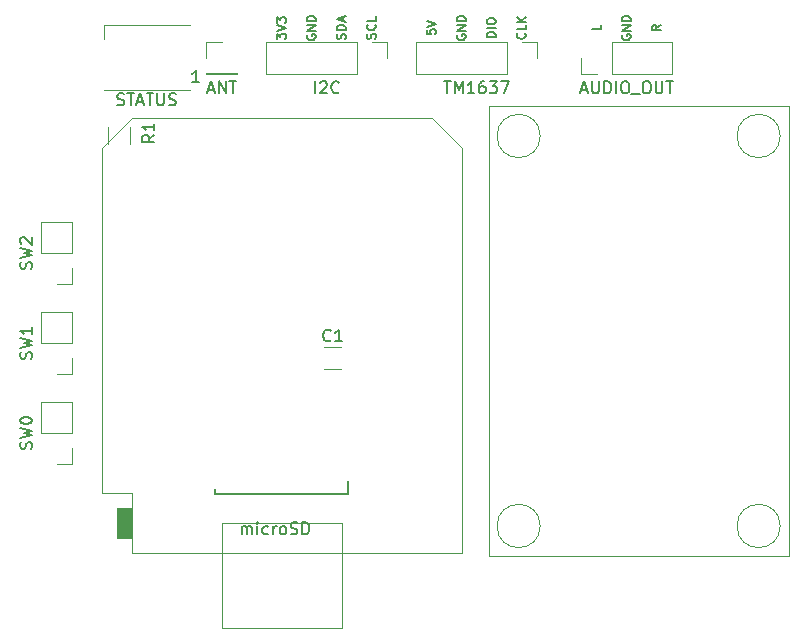
<source format=gbr>
%TF.GenerationSoftware,KiCad,Pcbnew,5.1.8-db9833491~88~ubuntu18.04.1*%
%TF.CreationDate,2020-12-22T23:57:28+01:00*%
%TF.ProjectId,mp3alarm,6d703361-6c61-4726-9d2e-6b696361645f,v0.2*%
%TF.SameCoordinates,Original*%
%TF.FileFunction,Legend,Top*%
%TF.FilePolarity,Positive*%
%FSLAX46Y46*%
G04 Gerber Fmt 4.6, Leading zero omitted, Abs format (unit mm)*
G04 Created by KiCad (PCBNEW 5.1.8-db9833491~88~ubuntu18.04.1) date 2020-12-22 23:57:28*
%MOMM*%
%LPD*%
G01*
G04 APERTURE LIST*
%ADD10C,0.150000*%
%ADD11C,0.127000*%
%ADD12C,0.120000*%
%ADD13C,0.100000*%
%ADD14C,0.200000*%
G04 APERTURE END LIST*
D10*
X52133809Y-68730761D02*
X52276666Y-68778380D01*
X52514761Y-68778380D01*
X52610000Y-68730761D01*
X52657619Y-68683142D01*
X52705238Y-68587904D01*
X52705238Y-68492666D01*
X52657619Y-68397428D01*
X52610000Y-68349809D01*
X52514761Y-68302190D01*
X52324285Y-68254571D01*
X52229047Y-68206952D01*
X52181428Y-68159333D01*
X52133809Y-68064095D01*
X52133809Y-67968857D01*
X52181428Y-67873619D01*
X52229047Y-67826000D01*
X52324285Y-67778380D01*
X52562380Y-67778380D01*
X52705238Y-67826000D01*
X52990952Y-67778380D02*
X53562380Y-67778380D01*
X53276666Y-68778380D02*
X53276666Y-67778380D01*
X53848095Y-68492666D02*
X54324285Y-68492666D01*
X53752857Y-68778380D02*
X54086190Y-67778380D01*
X54419523Y-68778380D01*
X54610000Y-67778380D02*
X55181428Y-67778380D01*
X54895714Y-68778380D02*
X54895714Y-67778380D01*
X55514761Y-67778380D02*
X55514761Y-68587904D01*
X55562380Y-68683142D01*
X55610000Y-68730761D01*
X55705238Y-68778380D01*
X55895714Y-68778380D01*
X55990952Y-68730761D01*
X56038571Y-68683142D01*
X56086190Y-68587904D01*
X56086190Y-67778380D01*
X56514761Y-68730761D02*
X56657619Y-68778380D01*
X56895714Y-68778380D01*
X56990952Y-68730761D01*
X57038571Y-68683142D01*
X57086190Y-68587904D01*
X57086190Y-68492666D01*
X57038571Y-68397428D01*
X56990952Y-68349809D01*
X56895714Y-68302190D01*
X56705238Y-68254571D01*
X56610000Y-68206952D01*
X56562380Y-68159333D01*
X56514761Y-68064095D01*
X56514761Y-67968857D01*
X56562380Y-67873619D01*
X56610000Y-67826000D01*
X56705238Y-67778380D01*
X56943333Y-67778380D01*
X57086190Y-67826000D01*
X91416666Y-67476666D02*
X91892857Y-67476666D01*
X91321428Y-67762380D02*
X91654761Y-66762380D01*
X91988095Y-67762380D01*
X92321428Y-66762380D02*
X92321428Y-67571904D01*
X92369047Y-67667142D01*
X92416666Y-67714761D01*
X92511904Y-67762380D01*
X92702380Y-67762380D01*
X92797619Y-67714761D01*
X92845238Y-67667142D01*
X92892857Y-67571904D01*
X92892857Y-66762380D01*
X93369047Y-67762380D02*
X93369047Y-66762380D01*
X93607142Y-66762380D01*
X93750000Y-66810000D01*
X93845238Y-66905238D01*
X93892857Y-67000476D01*
X93940476Y-67190952D01*
X93940476Y-67333809D01*
X93892857Y-67524285D01*
X93845238Y-67619523D01*
X93750000Y-67714761D01*
X93607142Y-67762380D01*
X93369047Y-67762380D01*
X94369047Y-67762380D02*
X94369047Y-66762380D01*
X95035714Y-66762380D02*
X95226190Y-66762380D01*
X95321428Y-66810000D01*
X95416666Y-66905238D01*
X95464285Y-67095714D01*
X95464285Y-67429047D01*
X95416666Y-67619523D01*
X95321428Y-67714761D01*
X95226190Y-67762380D01*
X95035714Y-67762380D01*
X94940476Y-67714761D01*
X94845238Y-67619523D01*
X94797619Y-67429047D01*
X94797619Y-67095714D01*
X94845238Y-66905238D01*
X94940476Y-66810000D01*
X95035714Y-66762380D01*
X95654761Y-67857619D02*
X96416666Y-67857619D01*
X96845238Y-66762380D02*
X97035714Y-66762380D01*
X97130952Y-66810000D01*
X97226190Y-66905238D01*
X97273809Y-67095714D01*
X97273809Y-67429047D01*
X97226190Y-67619523D01*
X97130952Y-67714761D01*
X97035714Y-67762380D01*
X96845238Y-67762380D01*
X96750000Y-67714761D01*
X96654761Y-67619523D01*
X96607142Y-67429047D01*
X96607142Y-67095714D01*
X96654761Y-66905238D01*
X96750000Y-66810000D01*
X96845238Y-66762380D01*
X97702380Y-66762380D02*
X97702380Y-67571904D01*
X97750000Y-67667142D01*
X97797619Y-67714761D01*
X97892857Y-67762380D01*
X98083333Y-67762380D01*
X98178571Y-67714761D01*
X98226190Y-67667142D01*
X98273809Y-67571904D01*
X98273809Y-66762380D01*
X98607142Y-66762380D02*
X99178571Y-66762380D01*
X98892857Y-67762380D02*
X98892857Y-66762380D01*
X79788095Y-66762380D02*
X80359523Y-66762380D01*
X80073809Y-67762380D02*
X80073809Y-66762380D01*
X80692857Y-67762380D02*
X80692857Y-66762380D01*
X81026190Y-67476666D01*
X81359523Y-66762380D01*
X81359523Y-67762380D01*
X82359523Y-67762380D02*
X81788095Y-67762380D01*
X82073809Y-67762380D02*
X82073809Y-66762380D01*
X81978571Y-66905238D01*
X81883333Y-67000476D01*
X81788095Y-67048095D01*
X83216666Y-66762380D02*
X83026190Y-66762380D01*
X82930952Y-66810000D01*
X82883333Y-66857619D01*
X82788095Y-67000476D01*
X82740476Y-67190952D01*
X82740476Y-67571904D01*
X82788095Y-67667142D01*
X82835714Y-67714761D01*
X82930952Y-67762380D01*
X83121428Y-67762380D01*
X83216666Y-67714761D01*
X83264285Y-67667142D01*
X83311904Y-67571904D01*
X83311904Y-67333809D01*
X83264285Y-67238571D01*
X83216666Y-67190952D01*
X83121428Y-67143333D01*
X82930952Y-67143333D01*
X82835714Y-67190952D01*
X82788095Y-67238571D01*
X82740476Y-67333809D01*
X83645238Y-66762380D02*
X84264285Y-66762380D01*
X83930952Y-67143333D01*
X84073809Y-67143333D01*
X84169047Y-67190952D01*
X84216666Y-67238571D01*
X84264285Y-67333809D01*
X84264285Y-67571904D01*
X84216666Y-67667142D01*
X84169047Y-67714761D01*
X84073809Y-67762380D01*
X83788095Y-67762380D01*
X83692857Y-67714761D01*
X83645238Y-67667142D01*
X84597619Y-66762380D02*
X85264285Y-66762380D01*
X84835714Y-67762380D01*
X68873809Y-67762380D02*
X68873809Y-66762380D01*
X69302380Y-66857619D02*
X69350000Y-66810000D01*
X69445238Y-66762380D01*
X69683333Y-66762380D01*
X69778571Y-66810000D01*
X69826190Y-66857619D01*
X69873809Y-66952857D01*
X69873809Y-67048095D01*
X69826190Y-67190952D01*
X69254761Y-67762380D01*
X69873809Y-67762380D01*
X70873809Y-67667142D02*
X70826190Y-67714761D01*
X70683333Y-67762380D01*
X70588095Y-67762380D01*
X70445238Y-67714761D01*
X70350000Y-67619523D01*
X70302380Y-67524285D01*
X70254761Y-67333809D01*
X70254761Y-67190952D01*
X70302380Y-67000476D01*
X70350000Y-66905238D01*
X70445238Y-66810000D01*
X70588095Y-66762380D01*
X70683333Y-66762380D01*
X70826190Y-66810000D01*
X70873809Y-66857619D01*
X44854761Y-82613333D02*
X44902380Y-82470476D01*
X44902380Y-82232380D01*
X44854761Y-82137142D01*
X44807142Y-82089523D01*
X44711904Y-82041904D01*
X44616666Y-82041904D01*
X44521428Y-82089523D01*
X44473809Y-82137142D01*
X44426190Y-82232380D01*
X44378571Y-82422857D01*
X44330952Y-82518095D01*
X44283333Y-82565714D01*
X44188095Y-82613333D01*
X44092857Y-82613333D01*
X43997619Y-82565714D01*
X43950000Y-82518095D01*
X43902380Y-82422857D01*
X43902380Y-82184761D01*
X43950000Y-82041904D01*
X43902380Y-81708571D02*
X44902380Y-81470476D01*
X44188095Y-81280000D01*
X44902380Y-81089523D01*
X43902380Y-80851428D01*
X43997619Y-80518095D02*
X43950000Y-80470476D01*
X43902380Y-80375238D01*
X43902380Y-80137142D01*
X43950000Y-80041904D01*
X43997619Y-79994285D01*
X44092857Y-79946666D01*
X44188095Y-79946666D01*
X44330952Y-79994285D01*
X44902380Y-80565714D01*
X44902380Y-79946666D01*
X44854761Y-90233333D02*
X44902380Y-90090476D01*
X44902380Y-89852380D01*
X44854761Y-89757142D01*
X44807142Y-89709523D01*
X44711904Y-89661904D01*
X44616666Y-89661904D01*
X44521428Y-89709523D01*
X44473809Y-89757142D01*
X44426190Y-89852380D01*
X44378571Y-90042857D01*
X44330952Y-90138095D01*
X44283333Y-90185714D01*
X44188095Y-90233333D01*
X44092857Y-90233333D01*
X43997619Y-90185714D01*
X43950000Y-90138095D01*
X43902380Y-90042857D01*
X43902380Y-89804761D01*
X43950000Y-89661904D01*
X43902380Y-89328571D02*
X44902380Y-89090476D01*
X44188095Y-88900000D01*
X44902380Y-88709523D01*
X43902380Y-88471428D01*
X44902380Y-87566666D02*
X44902380Y-88138095D01*
X44902380Y-87852380D02*
X43902380Y-87852380D01*
X44045238Y-87947619D01*
X44140476Y-88042857D01*
X44188095Y-88138095D01*
X44854761Y-97853333D02*
X44902380Y-97710476D01*
X44902380Y-97472380D01*
X44854761Y-97377142D01*
X44807142Y-97329523D01*
X44711904Y-97281904D01*
X44616666Y-97281904D01*
X44521428Y-97329523D01*
X44473809Y-97377142D01*
X44426190Y-97472380D01*
X44378571Y-97662857D01*
X44330952Y-97758095D01*
X44283333Y-97805714D01*
X44188095Y-97853333D01*
X44092857Y-97853333D01*
X43997619Y-97805714D01*
X43950000Y-97758095D01*
X43902380Y-97662857D01*
X43902380Y-97424761D01*
X43950000Y-97281904D01*
X43902380Y-96948571D02*
X44902380Y-96710476D01*
X44188095Y-96520000D01*
X44902380Y-96329523D01*
X43902380Y-96091428D01*
X43902380Y-95520000D02*
X43902380Y-95424761D01*
X43950000Y-95329523D01*
X43997619Y-95281904D01*
X44092857Y-95234285D01*
X44283333Y-95186666D01*
X44521428Y-95186666D01*
X44711904Y-95234285D01*
X44807142Y-95281904D01*
X44854761Y-95329523D01*
X44902380Y-95424761D01*
X44902380Y-95520000D01*
X44854761Y-95615238D01*
X44807142Y-95662857D01*
X44711904Y-95710476D01*
X44521428Y-95758095D01*
X44283333Y-95758095D01*
X44092857Y-95710476D01*
X43997619Y-95662857D01*
X43950000Y-95615238D01*
X43902380Y-95520000D01*
D11*
X98134714Y-61994142D02*
X97771857Y-62248142D01*
X98134714Y-62429571D02*
X97372714Y-62429571D01*
X97372714Y-62139285D01*
X97409000Y-62066714D01*
X97445285Y-62030428D01*
X97517857Y-61994142D01*
X97626714Y-61994142D01*
X97699285Y-62030428D01*
X97735571Y-62066714D01*
X97771857Y-62139285D01*
X97771857Y-62429571D01*
X94869000Y-62810571D02*
X94832714Y-62883142D01*
X94832714Y-62992000D01*
X94869000Y-63100857D01*
X94941571Y-63173428D01*
X95014142Y-63209714D01*
X95159285Y-63246000D01*
X95268142Y-63246000D01*
X95413285Y-63209714D01*
X95485857Y-63173428D01*
X95558428Y-63100857D01*
X95594714Y-62992000D01*
X95594714Y-62919428D01*
X95558428Y-62810571D01*
X95522142Y-62774285D01*
X95268142Y-62774285D01*
X95268142Y-62919428D01*
X95594714Y-62447714D02*
X94832714Y-62447714D01*
X95594714Y-62012285D01*
X94832714Y-62012285D01*
X95594714Y-61649428D02*
X94832714Y-61649428D01*
X94832714Y-61468000D01*
X94869000Y-61359142D01*
X94941571Y-61286571D01*
X95014142Y-61250285D01*
X95159285Y-61214000D01*
X95268142Y-61214000D01*
X95413285Y-61250285D01*
X95485857Y-61286571D01*
X95558428Y-61359142D01*
X95594714Y-61468000D01*
X95594714Y-61649428D01*
X93054714Y-61994142D02*
X93054714Y-62357000D01*
X92292714Y-62357000D01*
X86632142Y-62683571D02*
X86668428Y-62719857D01*
X86704714Y-62828714D01*
X86704714Y-62901285D01*
X86668428Y-63010142D01*
X86595857Y-63082714D01*
X86523285Y-63119000D01*
X86378142Y-63155285D01*
X86269285Y-63155285D01*
X86124142Y-63119000D01*
X86051571Y-63082714D01*
X85979000Y-63010142D01*
X85942714Y-62901285D01*
X85942714Y-62828714D01*
X85979000Y-62719857D01*
X86015285Y-62683571D01*
X86704714Y-61994142D02*
X86704714Y-62357000D01*
X85942714Y-62357000D01*
X86704714Y-61740142D02*
X85942714Y-61740142D01*
X86704714Y-61304714D02*
X86269285Y-61631285D01*
X85942714Y-61304714D02*
X86378142Y-61740142D01*
X84164714Y-63010142D02*
X83402714Y-63010142D01*
X83402714Y-62828714D01*
X83439000Y-62719857D01*
X83511571Y-62647285D01*
X83584142Y-62611000D01*
X83729285Y-62574714D01*
X83838142Y-62574714D01*
X83983285Y-62611000D01*
X84055857Y-62647285D01*
X84128428Y-62719857D01*
X84164714Y-62828714D01*
X84164714Y-63010142D01*
X84164714Y-62248142D02*
X83402714Y-62248142D01*
X83402714Y-61740142D02*
X83402714Y-61595000D01*
X83439000Y-61522428D01*
X83511571Y-61449857D01*
X83656714Y-61413571D01*
X83910714Y-61413571D01*
X84055857Y-61449857D01*
X84128428Y-61522428D01*
X84164714Y-61595000D01*
X84164714Y-61740142D01*
X84128428Y-61812714D01*
X84055857Y-61885285D01*
X83910714Y-61921571D01*
X83656714Y-61921571D01*
X83511571Y-61885285D01*
X83439000Y-61812714D01*
X83402714Y-61740142D01*
X80899000Y-62810571D02*
X80862714Y-62883142D01*
X80862714Y-62992000D01*
X80899000Y-63100857D01*
X80971571Y-63173428D01*
X81044142Y-63209714D01*
X81189285Y-63246000D01*
X81298142Y-63246000D01*
X81443285Y-63209714D01*
X81515857Y-63173428D01*
X81588428Y-63100857D01*
X81624714Y-62992000D01*
X81624714Y-62919428D01*
X81588428Y-62810571D01*
X81552142Y-62774285D01*
X81298142Y-62774285D01*
X81298142Y-62919428D01*
X81624714Y-62447714D02*
X80862714Y-62447714D01*
X81624714Y-62012285D01*
X80862714Y-62012285D01*
X81624714Y-61649428D02*
X80862714Y-61649428D01*
X80862714Y-61468000D01*
X80899000Y-61359142D01*
X80971571Y-61286571D01*
X81044142Y-61250285D01*
X81189285Y-61214000D01*
X81298142Y-61214000D01*
X81443285Y-61250285D01*
X81515857Y-61286571D01*
X81588428Y-61359142D01*
X81624714Y-61468000D01*
X81624714Y-61649428D01*
X78322714Y-62375142D02*
X78322714Y-62738000D01*
X78685571Y-62774285D01*
X78649285Y-62738000D01*
X78613000Y-62665428D01*
X78613000Y-62484000D01*
X78649285Y-62411428D01*
X78685571Y-62375142D01*
X78758142Y-62338857D01*
X78939571Y-62338857D01*
X79012142Y-62375142D01*
X79048428Y-62411428D01*
X79084714Y-62484000D01*
X79084714Y-62665428D01*
X79048428Y-62738000D01*
X79012142Y-62774285D01*
X78322714Y-62121142D02*
X79084714Y-61867142D01*
X78322714Y-61613142D01*
X73968428Y-63137142D02*
X74004714Y-63028285D01*
X74004714Y-62846857D01*
X73968428Y-62774285D01*
X73932142Y-62738000D01*
X73859571Y-62701714D01*
X73787000Y-62701714D01*
X73714428Y-62738000D01*
X73678142Y-62774285D01*
X73641857Y-62846857D01*
X73605571Y-62992000D01*
X73569285Y-63064571D01*
X73533000Y-63100857D01*
X73460428Y-63137142D01*
X73387857Y-63137142D01*
X73315285Y-63100857D01*
X73279000Y-63064571D01*
X73242714Y-62992000D01*
X73242714Y-62810571D01*
X73279000Y-62701714D01*
X73932142Y-61939714D02*
X73968428Y-61976000D01*
X74004714Y-62084857D01*
X74004714Y-62157428D01*
X73968428Y-62266285D01*
X73895857Y-62338857D01*
X73823285Y-62375142D01*
X73678142Y-62411428D01*
X73569285Y-62411428D01*
X73424142Y-62375142D01*
X73351571Y-62338857D01*
X73279000Y-62266285D01*
X73242714Y-62157428D01*
X73242714Y-62084857D01*
X73279000Y-61976000D01*
X73315285Y-61939714D01*
X74004714Y-61250285D02*
X74004714Y-61613142D01*
X73242714Y-61613142D01*
X71428428Y-63155285D02*
X71464714Y-63046428D01*
X71464714Y-62865000D01*
X71428428Y-62792428D01*
X71392142Y-62756142D01*
X71319571Y-62719857D01*
X71247000Y-62719857D01*
X71174428Y-62756142D01*
X71138142Y-62792428D01*
X71101857Y-62865000D01*
X71065571Y-63010142D01*
X71029285Y-63082714D01*
X70993000Y-63119000D01*
X70920428Y-63155285D01*
X70847857Y-63155285D01*
X70775285Y-63119000D01*
X70739000Y-63082714D01*
X70702714Y-63010142D01*
X70702714Y-62828714D01*
X70739000Y-62719857D01*
X71464714Y-62393285D02*
X70702714Y-62393285D01*
X70702714Y-62211857D01*
X70739000Y-62103000D01*
X70811571Y-62030428D01*
X70884142Y-61994142D01*
X71029285Y-61957857D01*
X71138142Y-61957857D01*
X71283285Y-61994142D01*
X71355857Y-62030428D01*
X71428428Y-62103000D01*
X71464714Y-62211857D01*
X71464714Y-62393285D01*
X71247000Y-61667571D02*
X71247000Y-61304714D01*
X71464714Y-61740142D02*
X70702714Y-61486142D01*
X71464714Y-61232142D01*
X68199000Y-62810571D02*
X68162714Y-62883142D01*
X68162714Y-62992000D01*
X68199000Y-63100857D01*
X68271571Y-63173428D01*
X68344142Y-63209714D01*
X68489285Y-63246000D01*
X68598142Y-63246000D01*
X68743285Y-63209714D01*
X68815857Y-63173428D01*
X68888428Y-63100857D01*
X68924714Y-62992000D01*
X68924714Y-62919428D01*
X68888428Y-62810571D01*
X68852142Y-62774285D01*
X68598142Y-62774285D01*
X68598142Y-62919428D01*
X68924714Y-62447714D02*
X68162714Y-62447714D01*
X68924714Y-62012285D01*
X68162714Y-62012285D01*
X68924714Y-61649428D02*
X68162714Y-61649428D01*
X68162714Y-61468000D01*
X68199000Y-61359142D01*
X68271571Y-61286571D01*
X68344142Y-61250285D01*
X68489285Y-61214000D01*
X68598142Y-61214000D01*
X68743285Y-61250285D01*
X68815857Y-61286571D01*
X68888428Y-61359142D01*
X68924714Y-61468000D01*
X68924714Y-61649428D01*
X65622714Y-63173428D02*
X65622714Y-62701714D01*
X65913000Y-62955714D01*
X65913000Y-62846857D01*
X65949285Y-62774285D01*
X65985571Y-62738000D01*
X66058142Y-62701714D01*
X66239571Y-62701714D01*
X66312142Y-62738000D01*
X66348428Y-62774285D01*
X66384714Y-62846857D01*
X66384714Y-63064571D01*
X66348428Y-63137142D01*
X66312142Y-63173428D01*
X65622714Y-62484000D02*
X66384714Y-62230000D01*
X65622714Y-61976000D01*
X65622714Y-61794571D02*
X65622714Y-61322857D01*
X65913000Y-61576857D01*
X65913000Y-61468000D01*
X65949285Y-61395428D01*
X65985571Y-61359142D01*
X66058142Y-61322857D01*
X66239571Y-61322857D01*
X66312142Y-61359142D01*
X66348428Y-61395428D01*
X66384714Y-61468000D01*
X66384714Y-61685714D01*
X66348428Y-61758285D01*
X66312142Y-61794571D01*
D12*
%TO.C,C1*%
X69646748Y-91080000D02*
X71069252Y-91080000D01*
X69646748Y-89260000D02*
X71069252Y-89260000D01*
%TO.C,U2*%
X71120000Y-104140000D02*
X71120000Y-106680000D01*
X60960000Y-104140000D02*
X71120000Y-104140000D01*
X60960000Y-106680000D02*
X60960000Y-104140000D01*
X71120000Y-113030000D02*
X71120000Y-106680000D01*
X60960000Y-113030000D02*
X71120000Y-113030000D01*
X60960000Y-106680000D02*
X60960000Y-113030000D01*
X53340000Y-106680000D02*
X81280000Y-106680000D01*
D13*
G36*
X52070000Y-105410000D02*
G01*
X52070000Y-102870000D01*
X53340000Y-102870000D01*
X53340000Y-105410000D01*
X52070000Y-105410000D01*
G37*
X52070000Y-105410000D02*
X52070000Y-102870000D01*
X53340000Y-102870000D01*
X53340000Y-105410000D01*
X52070000Y-105410000D01*
D12*
X50800000Y-101600000D02*
X53340000Y-101600000D01*
X50800000Y-72390000D02*
X50800000Y-101600000D01*
X81280000Y-72390000D02*
X81280000Y-106680000D01*
X53340000Y-69850000D02*
X54610000Y-69850000D01*
X53340000Y-69850000D02*
X50800000Y-72390000D01*
X78740000Y-69850000D02*
X81280000Y-72390000D01*
X78740000Y-69850000D02*
X54610000Y-69850000D01*
X53340000Y-101600000D02*
X53340000Y-106680000D01*
%TO.C,D1*%
X50960000Y-62020000D02*
X50960000Y-63170000D01*
X58260000Y-62020000D02*
X50960000Y-62020000D01*
X58260000Y-67520000D02*
X50960000Y-67520000D01*
D14*
%TO.C,J7*%
X60390000Y-101700000D02*
X71690000Y-101700000D01*
X71690000Y-101700000D02*
X71690000Y-100605000D01*
X60390000Y-101700000D02*
X60390000Y-101278000D01*
D12*
%TO.C,J2*%
X48320000Y-99120000D02*
X46990000Y-99120000D01*
X48320000Y-97790000D02*
X48320000Y-99120000D01*
X48320000Y-96520000D02*
X45660000Y-96520000D01*
X45660000Y-96520000D02*
X45660000Y-93920000D01*
X48320000Y-96520000D02*
X48320000Y-93920000D01*
X48320000Y-93920000D02*
X45660000Y-93920000D01*
%TO.C,J3*%
X48320000Y-86300000D02*
X45660000Y-86300000D01*
X48320000Y-88900000D02*
X48320000Y-86300000D01*
X45660000Y-88900000D02*
X45660000Y-86300000D01*
X48320000Y-88900000D02*
X45660000Y-88900000D01*
X48320000Y-90170000D02*
X48320000Y-91500000D01*
X48320000Y-91500000D02*
X46990000Y-91500000D01*
%TO.C,J4*%
X48320000Y-83880000D02*
X46990000Y-83880000D01*
X48320000Y-82550000D02*
X48320000Y-83880000D01*
X48320000Y-81280000D02*
X45660000Y-81280000D01*
X45660000Y-81280000D02*
X45660000Y-78680000D01*
X48320000Y-81280000D02*
X48320000Y-78680000D01*
X48320000Y-78680000D02*
X45660000Y-78680000D01*
%TO.C,J5*%
X64710000Y-63440000D02*
X64710000Y-66100000D01*
X72390000Y-63440000D02*
X64710000Y-63440000D01*
X72390000Y-66100000D02*
X64710000Y-66100000D01*
X72390000Y-63440000D02*
X72390000Y-66100000D01*
X73660000Y-63440000D02*
X74990000Y-63440000D01*
X74990000Y-63440000D02*
X74990000Y-64770000D01*
%TO.C,J6*%
X87690000Y-63440000D02*
X87690000Y-64770000D01*
X86360000Y-63440000D02*
X87690000Y-63440000D01*
X85090000Y-63440000D02*
X85090000Y-66100000D01*
X85090000Y-66100000D02*
X77410000Y-66100000D01*
X85090000Y-63440000D02*
X77410000Y-63440000D01*
X77410000Y-63440000D02*
X77410000Y-66100000D01*
%TO.C,R1*%
X53172500Y-72039564D02*
X53172500Y-70585436D01*
X51352500Y-72039564D02*
X51352500Y-70585436D01*
%TO.C,U1*%
X108966000Y-68834000D02*
X108966000Y-106934000D01*
X108257620Y-71374000D02*
G75*
G03*
X108257620Y-71374000I-1831620J0D01*
G01*
X87937620Y-71374000D02*
G75*
G03*
X87937620Y-71374000I-1831620J0D01*
G01*
X87937620Y-104394000D02*
G75*
G03*
X87937620Y-104394000I-1831620J0D01*
G01*
X108257620Y-104394000D02*
G75*
G03*
X108257620Y-104394000I-1831620J0D01*
G01*
X83566000Y-68834000D02*
X108966000Y-68834000D01*
X83566000Y-106934000D02*
X83566000Y-68834000D01*
X108966000Y-106934000D02*
X83566000Y-106934000D01*
%TO.C,J1*%
X91380000Y-66100000D02*
X91380000Y-64770000D01*
X92710000Y-66100000D02*
X91380000Y-66100000D01*
X93980000Y-66100000D02*
X93980000Y-63440000D01*
X93980000Y-63440000D02*
X99120000Y-63440000D01*
X93980000Y-66100000D02*
X99120000Y-66100000D01*
X99120000Y-66100000D02*
X99120000Y-63440000D01*
%TO.C,J9*%
X59630000Y-63440000D02*
X60960000Y-63440000D01*
X59630000Y-64770000D02*
X59630000Y-63440000D01*
X59630000Y-66040000D02*
X62290000Y-66040000D01*
X62290000Y-66040000D02*
X62290000Y-66100000D01*
X59630000Y-66040000D02*
X59630000Y-66100000D01*
X59630000Y-66100000D02*
X62290000Y-66100000D01*
%TO.C,C1*%
D10*
X70191333Y-88677142D02*
X70143714Y-88724761D01*
X70000857Y-88772380D01*
X69905619Y-88772380D01*
X69762761Y-88724761D01*
X69667523Y-88629523D01*
X69619904Y-88534285D01*
X69572285Y-88343809D01*
X69572285Y-88200952D01*
X69619904Y-88010476D01*
X69667523Y-87915238D01*
X69762761Y-87820000D01*
X69905619Y-87772380D01*
X70000857Y-87772380D01*
X70143714Y-87820000D01*
X70191333Y-87867619D01*
X71143714Y-88772380D02*
X70572285Y-88772380D01*
X70858000Y-88772380D02*
X70858000Y-87772380D01*
X70762761Y-87915238D01*
X70667523Y-88010476D01*
X70572285Y-88058095D01*
%TO.C,D1*%
X59045714Y-66822380D02*
X58474285Y-66822380D01*
X58760000Y-66822380D02*
X58760000Y-65822380D01*
X58664761Y-65965238D01*
X58569523Y-66060476D01*
X58474285Y-66108095D01*
%TO.C,J7*%
D11*
X62657666Y-105100380D02*
X62657666Y-104433714D01*
X62657666Y-104528952D02*
X62705285Y-104481333D01*
X62800523Y-104433714D01*
X62943380Y-104433714D01*
X63038619Y-104481333D01*
X63086238Y-104576571D01*
X63086238Y-105100380D01*
X63086238Y-104576571D02*
X63133857Y-104481333D01*
X63229095Y-104433714D01*
X63371952Y-104433714D01*
X63467190Y-104481333D01*
X63514809Y-104576571D01*
X63514809Y-105100380D01*
X63991000Y-105100380D02*
X63991000Y-104433714D01*
X63991000Y-104100380D02*
X63943380Y-104148000D01*
X63991000Y-104195619D01*
X64038619Y-104148000D01*
X63991000Y-104100380D01*
X63991000Y-104195619D01*
X64895761Y-105052761D02*
X64800523Y-105100380D01*
X64610047Y-105100380D01*
X64514809Y-105052761D01*
X64467190Y-105005142D01*
X64419571Y-104909904D01*
X64419571Y-104624190D01*
X64467190Y-104528952D01*
X64514809Y-104481333D01*
X64610047Y-104433714D01*
X64800523Y-104433714D01*
X64895761Y-104481333D01*
X65324333Y-105100380D02*
X65324333Y-104433714D01*
X65324333Y-104624190D02*
X65371952Y-104528952D01*
X65419571Y-104481333D01*
X65514809Y-104433714D01*
X65610047Y-104433714D01*
X66086238Y-105100380D02*
X65991000Y-105052761D01*
X65943380Y-105005142D01*
X65895761Y-104909904D01*
X65895761Y-104624190D01*
X65943380Y-104528952D01*
X65991000Y-104481333D01*
X66086238Y-104433714D01*
X66229095Y-104433714D01*
X66324333Y-104481333D01*
X66371952Y-104528952D01*
X66419571Y-104624190D01*
X66419571Y-104909904D01*
X66371952Y-105005142D01*
X66324333Y-105052761D01*
X66229095Y-105100380D01*
X66086238Y-105100380D01*
X66800523Y-105052761D02*
X66943380Y-105100380D01*
X67181476Y-105100380D01*
X67276714Y-105052761D01*
X67324333Y-105005142D01*
X67371952Y-104909904D01*
X67371952Y-104814666D01*
X67324333Y-104719428D01*
X67276714Y-104671809D01*
X67181476Y-104624190D01*
X66991000Y-104576571D01*
X66895761Y-104528952D01*
X66848142Y-104481333D01*
X66800523Y-104386095D01*
X66800523Y-104290857D01*
X66848142Y-104195619D01*
X66895761Y-104148000D01*
X66991000Y-104100380D01*
X67229095Y-104100380D01*
X67371952Y-104148000D01*
X67800523Y-105100380D02*
X67800523Y-104100380D01*
X68038619Y-104100380D01*
X68181476Y-104148000D01*
X68276714Y-104243238D01*
X68324333Y-104338476D01*
X68371952Y-104528952D01*
X68371952Y-104671809D01*
X68324333Y-104862285D01*
X68276714Y-104957523D01*
X68181476Y-105052761D01*
X68038619Y-105100380D01*
X67800523Y-105100380D01*
%TO.C,R1*%
D10*
X55254880Y-71286666D02*
X54778690Y-71620000D01*
X55254880Y-71858095D02*
X54254880Y-71858095D01*
X54254880Y-71477142D01*
X54302500Y-71381904D01*
X54350119Y-71334285D01*
X54445357Y-71286666D01*
X54588214Y-71286666D01*
X54683452Y-71334285D01*
X54731071Y-71381904D01*
X54778690Y-71477142D01*
X54778690Y-71858095D01*
X55254880Y-70334285D02*
X55254880Y-70905714D01*
X55254880Y-70620000D02*
X54254880Y-70620000D01*
X54397738Y-70715238D01*
X54492976Y-70810476D01*
X54540595Y-70905714D01*
%TO.C,J9*%
X59817142Y-67476666D02*
X60293333Y-67476666D01*
X59721904Y-67762380D02*
X60055238Y-66762380D01*
X60388571Y-67762380D01*
X60721904Y-67762380D02*
X60721904Y-66762380D01*
X61293333Y-67762380D01*
X61293333Y-66762380D01*
X61626666Y-66762380D02*
X62198095Y-66762380D01*
X61912380Y-67762380D02*
X61912380Y-66762380D01*
%TD*%
M02*

</source>
